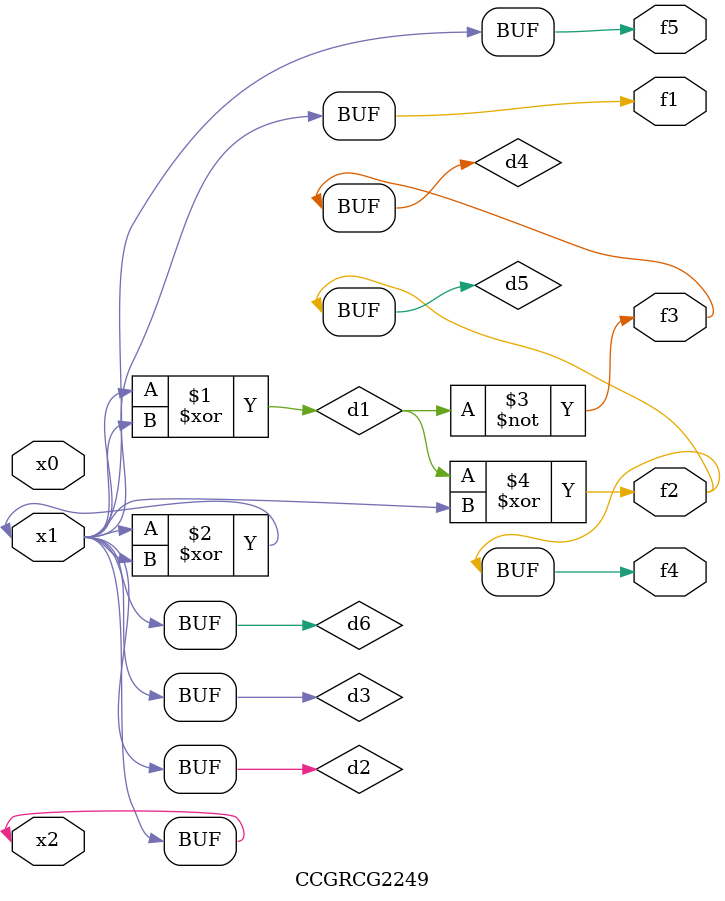
<source format=v>
module CCGRCG2249(
	input x0, x1, x2,
	output f1, f2, f3, f4, f5
);

	wire d1, d2, d3, d4, d5, d6;

	xor (d1, x1, x2);
	buf (d2, x1, x2);
	xor (d3, x1, x2);
	nor (d4, d1);
	xor (d5, d1, d2);
	buf (d6, d2, d3);
	assign f1 = d6;
	assign f2 = d5;
	assign f3 = d4;
	assign f4 = d5;
	assign f5 = d6;
endmodule

</source>
